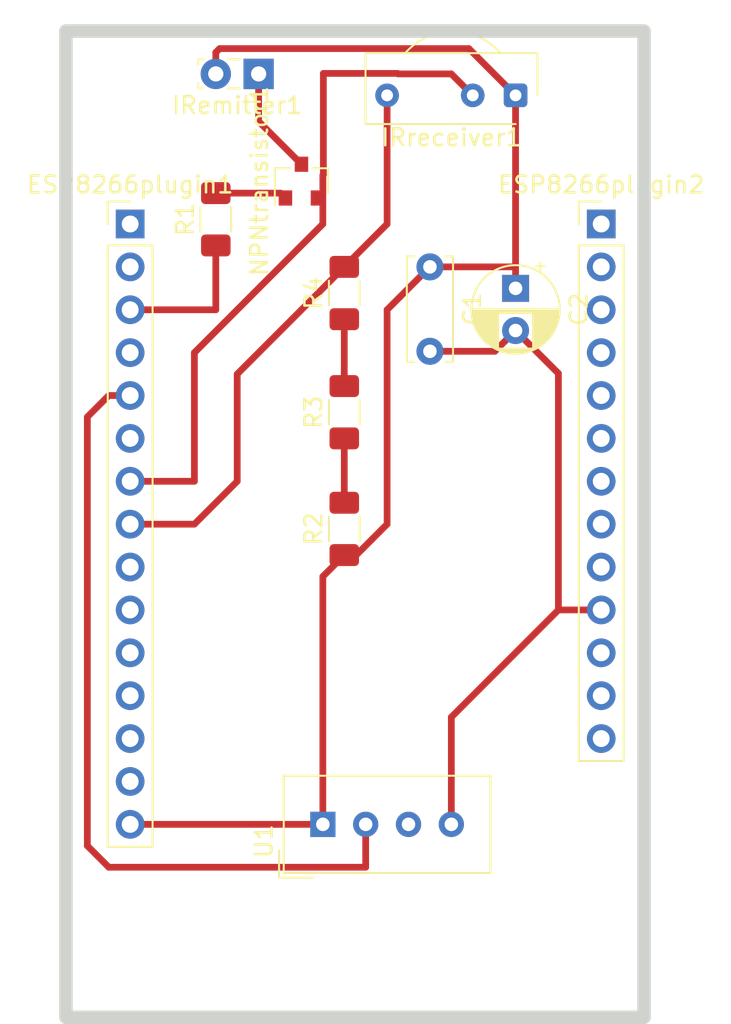
<source format=kicad_pcb>
(kicad_pcb (version 20171130) (host pcbnew "(5.1.9)-1")

  (general
    (thickness 1.6)
    (drawings 4)
    (tracks 54)
    (zones 0)
    (modules 12)
    (nets 30)
  )

  (page A4)
  (layers
    (0 F.Cu signal)
    (31 B.Cu signal)
    (32 B.Adhes user)
    (33 F.Adhes user)
    (34 B.Paste user)
    (35 F.Paste user)
    (36 B.SilkS user)
    (37 F.SilkS user)
    (38 B.Mask user)
    (39 F.Mask user)
    (40 Dwgs.User user)
    (41 Cmts.User user)
    (42 Eco1.User user)
    (43 Eco2.User user)
    (44 Edge.Cuts user)
    (45 Margin user)
    (46 B.CrtYd user)
    (47 F.CrtYd user)
    (48 B.Fab user)
    (49 F.Fab user)
  )

  (setup
    (last_trace_width 0.4)
    (trace_clearance 0.4)
    (zone_clearance 0.508)
    (zone_45_only no)
    (trace_min 0.2)
    (via_size 0.8)
    (via_drill 0.4)
    (via_min_size 0.4)
    (via_min_drill 0.3)
    (uvia_size 0.3)
    (uvia_drill 0.1)
    (uvias_allowed no)
    (uvia_min_size 0.2)
    (uvia_min_drill 0.1)
    (edge_width 0.8)
    (segment_width 0.2)
    (pcb_text_width 0.3)
    (pcb_text_size 1.5 1.5)
    (mod_edge_width 0.15)
    (mod_text_size 1 1)
    (mod_text_width 0.15)
    (pad_size 1.524 1.524)
    (pad_drill 0.762)
    (pad_to_mask_clearance 0)
    (aux_axis_origin 0 0)
    (visible_elements FFFFFF7F)
    (pcbplotparams
      (layerselection 0x010fc_ffffffff)
      (usegerberextensions false)
      (usegerberattributes true)
      (usegerberadvancedattributes true)
      (creategerberjobfile true)
      (excludeedgelayer true)
      (linewidth 5.000000)
      (plotframeref false)
      (viasonmask false)
      (mode 1)
      (useauxorigin false)
      (hpglpennumber 1)
      (hpglpenspeed 20)
      (hpglpendiameter 15.000000)
      (psnegative false)
      (psa4output false)
      (plotreference true)
      (plotvalue true)
      (plotinvisibletext false)
      (padsonsilk false)
      (subtractmaskfromsilk false)
      (outputformat 1)
      (mirror false)
      (drillshape 1)
      (scaleselection 1)
      (outputdirectory ""))
  )

  (net 0 "")
  (net 1 "Net-(ESP8266plugin1-Pad1)")
  (net 2 "Net-(ESP8266plugin1-Pad2)")
  (net 3 /D2)
  (net 4 "Net-(ESP8266plugin1-Pad4)")
  (net 5 /D4)
  (net 6 /VCC)
  (net 7 /GND)
  (net 8 /D5)
  (net 9 "Net-(ESP8266plugin1-Pad9)")
  (net 10 "Net-(ESP8266plugin1-Pad10)")
  (net 11 "Net-(ESP8266plugin1-Pad11)")
  (net 12 "Net-(ESP8266plugin1-Pad12)")
  (net 13 "Net-(ESP8266plugin1-Pad13)")
  (net 14 "Net-(ESP8266plugin2-Pad1)")
  (net 15 "Net-(ESP8266plugin2-Pad2)")
  (net 16 "Net-(ESP8266plugin2-Pad3)")
  (net 17 "Net-(ESP8266plugin2-Pad4)")
  (net 18 "Net-(ESP8266plugin2-Pad5)")
  (net 19 "Net-(ESP8266plugin2-Pad6)")
  (net 20 "Net-(ESP8266plugin2-Pad7)")
  (net 21 "Net-(ESP8266plugin2-Pad8)")
  (net 22 "Net-(ESP8266plugin2-Pad9)")
  (net 23 "Net-(ESP8266plugin2-Pad12)")
  (net 24 "Net-(ESP8266plugin2-Pad13)")
  (net 25 /collector)
  (net 26 /base)
  (net 27 "Net-(U1-Pad3)")
  (net 28 "Net-(R2-Pad2)")
  (net 29 "Net-(R3-Pad2)")

  (net_class Default "This is the default net class."
    (clearance 0.4)
    (trace_width 0.4)
    (via_dia 0.8)
    (via_drill 0.4)
    (uvia_dia 0.3)
    (uvia_drill 0.1)
    (add_net /D2)
    (add_net /D4)
    (add_net /D5)
    (add_net /GND)
    (add_net /VCC)
    (add_net /base)
    (add_net /collector)
    (add_net "Net-(ESP8266plugin1-Pad1)")
    (add_net "Net-(ESP8266plugin1-Pad10)")
    (add_net "Net-(ESP8266plugin1-Pad11)")
    (add_net "Net-(ESP8266plugin1-Pad12)")
    (add_net "Net-(ESP8266plugin1-Pad13)")
    (add_net "Net-(ESP8266plugin1-Pad2)")
    (add_net "Net-(ESP8266plugin1-Pad4)")
    (add_net "Net-(ESP8266plugin1-Pad9)")
    (add_net "Net-(ESP8266plugin2-Pad1)")
    (add_net "Net-(ESP8266plugin2-Pad12)")
    (add_net "Net-(ESP8266plugin2-Pad13)")
    (add_net "Net-(ESP8266plugin2-Pad2)")
    (add_net "Net-(ESP8266plugin2-Pad3)")
    (add_net "Net-(ESP8266plugin2-Pad4)")
    (add_net "Net-(ESP8266plugin2-Pad5)")
    (add_net "Net-(ESP8266plugin2-Pad6)")
    (add_net "Net-(ESP8266plugin2-Pad7)")
    (add_net "Net-(ESP8266plugin2-Pad8)")
    (add_net "Net-(ESP8266plugin2-Pad9)")
    (add_net "Net-(R2-Pad2)")
    (add_net "Net-(R3-Pad2)")
    (add_net "Net-(U1-Pad3)")
  )

  (module Connector_PinHeader_2.54mm:PinHeader_1x15_P2.54mm_Vertical (layer F.Cu) (tedit 59FED5CC) (tstamp 6097A1CE)
    (at 120.65 91.44)
    (descr "Through hole straight pin header, 1x15, 2.54mm pitch, single row")
    (tags "Through hole pin header THT 1x15 2.54mm single row")
    (path /6090099F)
    (fp_text reference ESP8266plugin1 (at 0 -2.33) (layer F.SilkS)
      (effects (font (size 1 1) (thickness 0.15)))
    )
    (fp_text value Conn_01x15_Female (at 0 37.89) (layer F.Fab)
      (effects (font (size 1 1) (thickness 0.15)))
    )
    (fp_line (start 1.8 -1.8) (end -1.8 -1.8) (layer F.CrtYd) (width 0.05))
    (fp_line (start 1.8 37.35) (end 1.8 -1.8) (layer F.CrtYd) (width 0.05))
    (fp_line (start -1.8 37.35) (end 1.8 37.35) (layer F.CrtYd) (width 0.05))
    (fp_line (start -1.8 -1.8) (end -1.8 37.35) (layer F.CrtYd) (width 0.05))
    (fp_line (start -1.33 -1.33) (end 0 -1.33) (layer F.SilkS) (width 0.12))
    (fp_line (start -1.33 0) (end -1.33 -1.33) (layer F.SilkS) (width 0.12))
    (fp_line (start -1.33 1.27) (end 1.33 1.27) (layer F.SilkS) (width 0.12))
    (fp_line (start 1.33 1.27) (end 1.33 36.89) (layer F.SilkS) (width 0.12))
    (fp_line (start -1.33 1.27) (end -1.33 36.89) (layer F.SilkS) (width 0.12))
    (fp_line (start -1.33 36.89) (end 1.33 36.89) (layer F.SilkS) (width 0.12))
    (fp_line (start -1.27 -0.635) (end -0.635 -1.27) (layer F.Fab) (width 0.1))
    (fp_line (start -1.27 36.83) (end -1.27 -0.635) (layer F.Fab) (width 0.1))
    (fp_line (start 1.27 36.83) (end -1.27 36.83) (layer F.Fab) (width 0.1))
    (fp_line (start 1.27 -1.27) (end 1.27 36.83) (layer F.Fab) (width 0.1))
    (fp_line (start -0.635 -1.27) (end 1.27 -1.27) (layer F.Fab) (width 0.1))
    (fp_text user %R (at 0 17.78 90) (layer F.Fab)
      (effects (font (size 1 1) (thickness 0.15)))
    )
    (pad 1 thru_hole rect (at 0 0) (size 1.7 1.7) (drill 1) (layers *.Cu *.Mask)
      (net 1 "Net-(ESP8266plugin1-Pad1)"))
    (pad 2 thru_hole oval (at 0 2.54) (size 1.7 1.7) (drill 1) (layers *.Cu *.Mask)
      (net 2 "Net-(ESP8266plugin1-Pad2)"))
    (pad 3 thru_hole oval (at 0 5.08) (size 1.7 1.7) (drill 1) (layers *.Cu *.Mask)
      (net 3 /D2))
    (pad 4 thru_hole oval (at 0 7.62) (size 1.7 1.7) (drill 1) (layers *.Cu *.Mask)
      (net 4 "Net-(ESP8266plugin1-Pad4)"))
    (pad 5 thru_hole oval (at 0 10.16) (size 1.7 1.7) (drill 1) (layers *.Cu *.Mask)
      (net 5 /D4))
    (pad 6 thru_hole oval (at 0 12.7) (size 1.7 1.7) (drill 1) (layers *.Cu *.Mask)
      (net 6 /VCC))
    (pad 7 thru_hole oval (at 0 15.24) (size 1.7 1.7) (drill 1) (layers *.Cu *.Mask)
      (net 7 /GND))
    (pad 8 thru_hole oval (at 0 17.78) (size 1.7 1.7) (drill 1) (layers *.Cu *.Mask)
      (net 8 /D5))
    (pad 9 thru_hole oval (at 0 20.32) (size 1.7 1.7) (drill 1) (layers *.Cu *.Mask)
      (net 9 "Net-(ESP8266plugin1-Pad9)"))
    (pad 10 thru_hole oval (at 0 22.86) (size 1.7 1.7) (drill 1) (layers *.Cu *.Mask)
      (net 10 "Net-(ESP8266plugin1-Pad10)"))
    (pad 11 thru_hole oval (at 0 25.4) (size 1.7 1.7) (drill 1) (layers *.Cu *.Mask)
      (net 11 "Net-(ESP8266plugin1-Pad11)"))
    (pad 12 thru_hole oval (at 0 27.94) (size 1.7 1.7) (drill 1) (layers *.Cu *.Mask)
      (net 12 "Net-(ESP8266plugin1-Pad12)"))
    (pad 13 thru_hole oval (at 0 30.48) (size 1.7 1.7) (drill 1) (layers *.Cu *.Mask)
      (net 13 "Net-(ESP8266plugin1-Pad13)"))
    (pad 14 thru_hole oval (at 0 33.02) (size 1.7 1.7) (drill 1) (layers *.Cu *.Mask)
      (net 7 /GND))
    (pad 15 thru_hole oval (at 0 35.56) (size 1.7 1.7) (drill 1) (layers *.Cu *.Mask)
      (net 6 /VCC))
    (model ${KISYS3DMOD}/Connector_PinHeader_2.54mm.3dshapes/PinHeader_1x15_P2.54mm_Vertical.wrl
      (at (xyz 0 0 0))
      (scale (xyz 1 1 1))
      (rotate (xyz 0 0 0))
    )
  )

  (module Connector_PinHeader_2.54mm:PinHeader_1x13_P2.54mm_Vertical (layer F.Cu) (tedit 59FED5CC) (tstamp 6097A432)
    (at 148.59 91.44)
    (descr "Through hole straight pin header, 1x13, 2.54mm pitch, single row")
    (tags "Through hole pin header THT 1x13 2.54mm single row")
    (path /6097CAD8)
    (fp_text reference ESP8266plugin2 (at 0 -2.33) (layer F.SilkS)
      (effects (font (size 1 1) (thickness 0.15)))
    )
    (fp_text value Conn_01x13_Female (at 0 32.81) (layer F.Fab)
      (effects (font (size 1 1) (thickness 0.15)))
    )
    (fp_line (start 1.8 -1.8) (end -1.8 -1.8) (layer F.CrtYd) (width 0.05))
    (fp_line (start 1.8 32.25) (end 1.8 -1.8) (layer F.CrtYd) (width 0.05))
    (fp_line (start -1.8 32.25) (end 1.8 32.25) (layer F.CrtYd) (width 0.05))
    (fp_line (start -1.8 -1.8) (end -1.8 32.25) (layer F.CrtYd) (width 0.05))
    (fp_line (start -1.33 -1.33) (end 0 -1.33) (layer F.SilkS) (width 0.12))
    (fp_line (start -1.33 0) (end -1.33 -1.33) (layer F.SilkS) (width 0.12))
    (fp_line (start -1.33 1.27) (end 1.33 1.27) (layer F.SilkS) (width 0.12))
    (fp_line (start 1.33 1.27) (end 1.33 31.81) (layer F.SilkS) (width 0.12))
    (fp_line (start -1.33 1.27) (end -1.33 31.81) (layer F.SilkS) (width 0.12))
    (fp_line (start -1.33 31.81) (end 1.33 31.81) (layer F.SilkS) (width 0.12))
    (fp_line (start -1.27 -0.635) (end -0.635 -1.27) (layer F.Fab) (width 0.1))
    (fp_line (start -1.27 31.75) (end -1.27 -0.635) (layer F.Fab) (width 0.1))
    (fp_line (start 1.27 31.75) (end -1.27 31.75) (layer F.Fab) (width 0.1))
    (fp_line (start 1.27 -1.27) (end 1.27 31.75) (layer F.Fab) (width 0.1))
    (fp_line (start -0.635 -1.27) (end 1.27 -1.27) (layer F.Fab) (width 0.1))
    (fp_text user %R (at 0 15.24 90) (layer F.Fab)
      (effects (font (size 1 1) (thickness 0.15)))
    )
    (pad 1 thru_hole rect (at 0 0) (size 1.7 1.7) (drill 1) (layers *.Cu *.Mask)
      (net 14 "Net-(ESP8266plugin2-Pad1)"))
    (pad 2 thru_hole oval (at 0 2.54) (size 1.7 1.7) (drill 1) (layers *.Cu *.Mask)
      (net 15 "Net-(ESP8266plugin2-Pad2)"))
    (pad 3 thru_hole oval (at 0 5.08) (size 1.7 1.7) (drill 1) (layers *.Cu *.Mask)
      (net 16 "Net-(ESP8266plugin2-Pad3)"))
    (pad 4 thru_hole oval (at 0 7.62) (size 1.7 1.7) (drill 1) (layers *.Cu *.Mask)
      (net 17 "Net-(ESP8266plugin2-Pad4)"))
    (pad 5 thru_hole oval (at 0 10.16) (size 1.7 1.7) (drill 1) (layers *.Cu *.Mask)
      (net 18 "Net-(ESP8266plugin2-Pad5)"))
    (pad 6 thru_hole oval (at 0 12.7) (size 1.7 1.7) (drill 1) (layers *.Cu *.Mask)
      (net 19 "Net-(ESP8266plugin2-Pad6)"))
    (pad 7 thru_hole oval (at 0 15.24) (size 1.7 1.7) (drill 1) (layers *.Cu *.Mask)
      (net 20 "Net-(ESP8266plugin2-Pad7)"))
    (pad 8 thru_hole oval (at 0 17.78) (size 1.7 1.7) (drill 1) (layers *.Cu *.Mask)
      (net 21 "Net-(ESP8266plugin2-Pad8)"))
    (pad 9 thru_hole oval (at 0 20.32) (size 1.7 1.7) (drill 1) (layers *.Cu *.Mask)
      (net 22 "Net-(ESP8266plugin2-Pad9)"))
    (pad 10 thru_hole oval (at 0 22.86) (size 1.7 1.7) (drill 1) (layers *.Cu *.Mask)
      (net 7 /GND))
    (pad 11 thru_hole oval (at 0 25.4) (size 1.7 1.7) (drill 1) (layers *.Cu *.Mask)
      (net 6 /VCC))
    (pad 12 thru_hole oval (at 0 27.94) (size 1.7 1.7) (drill 1) (layers *.Cu *.Mask)
      (net 23 "Net-(ESP8266plugin2-Pad12)"))
    (pad 13 thru_hole oval (at 0 30.48) (size 1.7 1.7) (drill 1) (layers *.Cu *.Mask)
      (net 24 "Net-(ESP8266plugin2-Pad13)"))
    (model ${KISYS3DMOD}/Connector_PinHeader_2.54mm.3dshapes/PinHeader_1x13_P2.54mm_Vertical.wrl
      (at (xyz 0 0 0))
      (scale (xyz 1 1 1))
      (rotate (xyz 0 0 0))
    )
  )

  (module LED_THT:LED_SideEmitter_Rectangular_W4.5mm_H1.6mm (layer F.Cu) (tedit 587A6921) (tstamp 6097AC9D)
    (at 128.27 82.55 180)
    (descr "LED_SideEmitter_Rectangular, Rectangular, SideEmitter,  Rectangular size 4.5x1.6mm^2, 2 pins, http://cdn-reichelt.de/documents/datenblatt/A500/LED15MMGE_LED15MMGN%23KIN.pdf")
    (tags "LED_SideEmitter_Rectangular Rectangular SideEmitter  Rectangular size 4.5x1.6mm^2 2 pins")
    (path /60908384)
    (fp_text reference IRemitter1 (at 1.27 -1.86) (layer F.SilkS)
      (effects (font (size 1 1) (thickness 0.15)))
    )
    (fp_text value IRL81A (at 1.27 1.86) (layer F.Fab)
      (effects (font (size 1 1) (thickness 0.15)))
    )
    (fp_line (start 3.85 -1.15) (end -1.3 -1.15) (layer F.CrtYd) (width 0.05))
    (fp_line (start 3.85 1.15) (end 3.85 -1.15) (layer F.CrtYd) (width 0.05))
    (fp_line (start -1.3 1.15) (end 3.85 1.15) (layer F.CrtYd) (width 0.05))
    (fp_line (start -1.3 -1.15) (end -1.3 1.15) (layer F.CrtYd) (width 0.05))
    (fp_line (start 3.58 0.555) (end 3.58 0.861) (layer F.SilkS) (width 0.12))
    (fp_line (start 3.58 -0.861) (end 3.58 -0.555) (layer F.SilkS) (width 0.12))
    (fp_line (start 3.27 0.861) (end 3.58 0.861) (layer F.SilkS) (width 0.12))
    (fp_line (start 1.08 0.861) (end 1.811 0.861) (layer F.SilkS) (width 0.12))
    (fp_line (start 3.27 -0.861) (end 3.58 -0.861) (layer F.SilkS) (width 0.12))
    (fp_line (start 1.08 -0.861) (end 1.811 -0.861) (layer F.SilkS) (width 0.12))
    (fp_line (start 3.52 -0.8) (end -0.98 -0.8) (layer F.Fab) (width 0.1))
    (fp_line (start 3.52 0.8) (end 3.52 -0.8) (layer F.Fab) (width 0.1))
    (fp_line (start -0.98 0.8) (end 3.52 0.8) (layer F.Fab) (width 0.1))
    (fp_line (start -0.98 -0.8) (end -0.98 0.8) (layer F.Fab) (width 0.1))
    (pad 1 thru_hole rect (at 0 0 180) (size 1.8 1.8) (drill 0.9) (layers *.Cu *.Mask)
      (net 25 /collector))
    (pad 2 thru_hole circle (at 2.54 0 180) (size 1.8 1.8) (drill 0.9) (layers *.Cu *.Mask)
      (net 6 /VCC))
    (model ${KISYS3DMOD}/LED_THT.3dshapes/LED_SideEmitter_Rectangular_W4.5mm_H1.6mm.wrl
      (at (xyz 0 0 0))
      (scale (xyz 1 1 1))
      (rotate (xyz 0 0 0))
    )
  )

  (module OptoDevice:Vishay_CAST-3Pin (layer F.Cu) (tedit 5B88841D) (tstamp 6097ABC1)
    (at 143.51 83.82 180)
    (descr "IR Receiver Vishay TSOP-xxxx, CAST package, see https://www.vishay.com/docs/82493/tsop311.pdf")
    (tags "IRReceiverVishayTSOP-xxxx CAST")
    (path /6090B68F)
    (fp_text reference IRreceiver1 (at 3.8 -2.5) (layer F.SilkS)
      (effects (font (size 1 1) (thickness 0.15)))
    )
    (fp_text value CHQ1838 (at 3.4 4.8 180) (layer F.Fab)
      (effects (font (size 1 1) (thickness 0.15)))
    )
    (fp_line (start -0.2 -1.6) (end -1.2 -0.6) (layer F.Fab) (width 0.1))
    (fp_line (start 9.05 3.88) (end -1.45 3.88) (layer F.CrtYd) (width 0.05))
    (fp_line (start 9.05 3.88) (end 9.05 -1.85) (layer F.CrtYd) (width 0.05))
    (fp_line (start -1.45 -1.85) (end -1.45 3.88) (layer F.CrtYd) (width 0.05))
    (fp_line (start -1.45 -1.85) (end 9.05 -1.85) (layer F.CrtYd) (width 0.05))
    (fp_line (start -1.2 2.4) (end -1.2 -0.6) (layer F.Fab) (width 0.1))
    (fp_line (start 8.8 2.4) (end -1.2 2.4) (layer F.Fab) (width 0.1))
    (fp_line (start 8.8 -1.6) (end 8.8 2.4) (layer F.Fab) (width 0.1))
    (fp_line (start -0.2 -1.6) (end 8.8 -1.6) (layer F.Fab) (width 0.1))
    (fp_line (start -1.3 2.5) (end 0.9 2.5) (layer F.SilkS) (width 0.12))
    (fp_line (start -1.3 0) (end -1.3 2.5) (layer F.SilkS) (width 0.12))
    (fp_line (start 8.9 -1.7) (end 0 -1.7) (layer F.SilkS) (width 0.12))
    (fp_line (start 8.9 2.5) (end 8.9 -1.7) (layer F.SilkS) (width 0.12))
    (fp_line (start 6.5 2.5) (end 8.9 2.5) (layer F.SilkS) (width 0.12))
    (fp_line (start 0.9 2.5) (end 6.6 2.5) (layer F.SilkS) (width 0.12))
    (fp_text user %R (at 3.8 1.017) (layer F.Fab)
      (effects (font (size 1 1) (thickness 0.15)))
    )
    (fp_arc (start 3.72 0) (end 6.55 2.5) (angle 97) (layer F.SilkS) (width 0.12))
    (fp_arc (start 3.72 -0.15) (end 6.47 2.45) (angle 93.5) (layer F.Fab) (width 0.1))
    (pad 1 thru_hole roundrect (at 0 0 180) (size 1.4 1.4) (drill 0.7) (layers *.Cu *.Mask) (roundrect_rratio 0.178)
      (net 6 /VCC))
    (pad 2 thru_hole circle (at 2.54 0 180) (size 1.4 1.4) (drill 0.7) (layers *.Cu *.Mask)
      (net 7 /GND))
    (pad 3 thru_hole circle (at 7.62 0 180) (size 1.4 1.4) (drill 0.7) (layers *.Cu *.Mask)
      (net 8 /D5))
    (model ${KISYS3DMOD}/OptoDevice.3dshapes/Vishay_CAST-3Pin.wrl
      (at (xyz 0 0 0))
      (scale (xyz 1 1 1))
      (rotate (xyz 0 0 0))
    )
  )

  (module Package_TO_SOT_SMD:SOT-23 (layer F.Cu) (tedit 5A02FF57) (tstamp 6097A231)
    (at 130.81 88.9 90)
    (descr "SOT-23, Standard")
    (tags SOT-23)
    (path /609091FE)
    (attr smd)
    (fp_text reference NPNtransistor1 (at 0 -2.5 90) (layer F.SilkS)
      (effects (font (size 1 1) (thickness 0.15)))
    )
    (fp_text value BC847 (at 0 2.5 90) (layer F.Fab)
      (effects (font (size 1 1) (thickness 0.15)))
    )
    (fp_line (start 0.76 1.58) (end -0.7 1.58) (layer F.SilkS) (width 0.12))
    (fp_line (start 0.76 -1.58) (end -1.4 -1.58) (layer F.SilkS) (width 0.12))
    (fp_line (start -1.7 1.75) (end -1.7 -1.75) (layer F.CrtYd) (width 0.05))
    (fp_line (start 1.7 1.75) (end -1.7 1.75) (layer F.CrtYd) (width 0.05))
    (fp_line (start 1.7 -1.75) (end 1.7 1.75) (layer F.CrtYd) (width 0.05))
    (fp_line (start -1.7 -1.75) (end 1.7 -1.75) (layer F.CrtYd) (width 0.05))
    (fp_line (start 0.76 -1.58) (end 0.76 -0.65) (layer F.SilkS) (width 0.12))
    (fp_line (start 0.76 1.58) (end 0.76 0.65) (layer F.SilkS) (width 0.12))
    (fp_line (start -0.7 1.52) (end 0.7 1.52) (layer F.Fab) (width 0.1))
    (fp_line (start 0.7 -1.52) (end 0.7 1.52) (layer F.Fab) (width 0.1))
    (fp_line (start -0.7 -0.95) (end -0.15 -1.52) (layer F.Fab) (width 0.1))
    (fp_line (start -0.15 -1.52) (end 0.7 -1.52) (layer F.Fab) (width 0.1))
    (fp_line (start -0.7 -0.95) (end -0.7 1.5) (layer F.Fab) (width 0.1))
    (fp_text user %R (at 0 0) (layer F.Fab)
      (effects (font (size 0.5 0.5) (thickness 0.075)))
    )
    (pad 1 smd rect (at -1 -0.95 90) (size 0.9 0.8) (layers F.Cu F.Paste F.Mask)
      (net 26 /base))
    (pad 2 smd rect (at -1 0.95 90) (size 0.9 0.8) (layers F.Cu F.Paste F.Mask)
      (net 7 /GND))
    (pad 3 smd rect (at 1 0 90) (size 0.9 0.8) (layers F.Cu F.Paste F.Mask)
      (net 25 /collector))
    (model ${KISYS3DMOD}/Package_TO_SOT_SMD.3dshapes/SOT-23.wrl
      (at (xyz 0 0 0))
      (scale (xyz 1 1 1))
      (rotate (xyz 0 0 0))
    )
  )

  (module Resistor_SMD:R_1206_3216Metric_Pad1.30x1.75mm_HandSolder (layer F.Cu) (tedit 5F68FEEE) (tstamp 6097A242)
    (at 125.73 91.16 90)
    (descr "Resistor SMD 1206 (3216 Metric), square (rectangular) end terminal, IPC_7351 nominal with elongated pad for handsoldering. (Body size source: IPC-SM-782 page 72, https://www.pcb-3d.com/wordpress/wp-content/uploads/ipc-sm-782a_amendment_1_and_2.pdf), generated with kicad-footprint-generator")
    (tags "resistor handsolder")
    (path /60906C09)
    (attr smd)
    (fp_text reference R1 (at 0 -1.82 90) (layer F.SilkS)
      (effects (font (size 1 1) (thickness 0.15)))
    )
    (fp_text value "330 Ω" (at 0 1.82 90) (layer F.Fab)
      (effects (font (size 1 1) (thickness 0.15)))
    )
    (fp_line (start 2.45 1.12) (end -2.45 1.12) (layer F.CrtYd) (width 0.05))
    (fp_line (start 2.45 -1.12) (end 2.45 1.12) (layer F.CrtYd) (width 0.05))
    (fp_line (start -2.45 -1.12) (end 2.45 -1.12) (layer F.CrtYd) (width 0.05))
    (fp_line (start -2.45 1.12) (end -2.45 -1.12) (layer F.CrtYd) (width 0.05))
    (fp_line (start -0.727064 0.91) (end 0.727064 0.91) (layer F.SilkS) (width 0.12))
    (fp_line (start -0.727064 -0.91) (end 0.727064 -0.91) (layer F.SilkS) (width 0.12))
    (fp_line (start 1.6 0.8) (end -1.6 0.8) (layer F.Fab) (width 0.1))
    (fp_line (start 1.6 -0.8) (end 1.6 0.8) (layer F.Fab) (width 0.1))
    (fp_line (start -1.6 -0.8) (end 1.6 -0.8) (layer F.Fab) (width 0.1))
    (fp_line (start -1.6 0.8) (end -1.6 -0.8) (layer F.Fab) (width 0.1))
    (fp_text user %R (at 0 0 90) (layer F.Fab)
      (effects (font (size 0.8 0.8) (thickness 0.12)))
    )
    (pad 1 smd roundrect (at -1.55 0 90) (size 1.3 1.75) (layers F.Cu F.Paste F.Mask) (roundrect_rratio 0.192308)
      (net 3 /D2))
    (pad 2 smd roundrect (at 1.55 0 90) (size 1.3 1.75) (layers F.Cu F.Paste F.Mask) (roundrect_rratio 0.192308)
      (net 26 /base))
    (model ${KISYS3DMOD}/Resistor_SMD.3dshapes/R_1206_3216Metric.wrl
      (at (xyz 0 0 0))
      (scale (xyz 1 1 1))
      (rotate (xyz 0 0 0))
    )
  )

  (module Sensor:Aosong_DHT11_5.5x12.0_P2.54mm (layer F.Cu) (tedit 5C4B60CF) (tstamp 6097A25A)
    (at 132.08 127 90)
    (descr "Temperature and humidity module, http://akizukidenshi.com/download/ds/aosong/DHT11.pdf")
    (tags "Temperature and humidity module")
    (path /6097AC25)
    (fp_text reference U1 (at -1 -3.5 90) (layer F.SilkS)
      (effects (font (size 1 1) (thickness 0.15)))
    )
    (fp_text value DHT11 (at 0 11.3 90) (layer F.Fab)
      (effects (font (size 1 1) (thickness 0.15)))
    )
    (fp_line (start -3.16 -2.6) (end -1.55 -2.6) (layer F.SilkS) (width 0.12))
    (fp_line (start -3.16 -2.6) (end -3.16 -0.6) (layer F.SilkS) (width 0.12))
    (fp_line (start -2.75 -1.19) (end -1.75 -2.19) (layer F.Fab) (width 0.1))
    (fp_line (start -3 10.06) (end -3 -2.44) (layer F.CrtYd) (width 0.05))
    (fp_line (start 3 10.06) (end -3 10.06) (layer F.CrtYd) (width 0.05))
    (fp_line (start 3 -2.44) (end 3 10.06) (layer F.CrtYd) (width 0.05))
    (fp_line (start -3 -2.44) (end 3 -2.44) (layer F.CrtYd) (width 0.05))
    (fp_line (start -2.88 9.94) (end -2.88 -2.31) (layer F.SilkS) (width 0.12))
    (fp_line (start 2.88 9.94) (end -2.88 9.94) (layer F.SilkS) (width 0.12))
    (fp_line (start 2.88 -2.32) (end 2.88 9.94) (layer F.SilkS) (width 0.12))
    (fp_line (start -2.87 -2.32) (end 2.87 -2.32) (layer F.SilkS) (width 0.12))
    (fp_line (start -2.75 -1.19) (end -2.75 9.81) (layer F.Fab) (width 0.1))
    (fp_line (start 2.75 9.81) (end -2.75 9.81) (layer F.Fab) (width 0.1))
    (fp_line (start 2.75 -2.19) (end 2.75 9.81) (layer F.Fab) (width 0.1))
    (fp_line (start -1.75 -2.19) (end 2.75 -2.19) (layer F.Fab) (width 0.1))
    (fp_text user %R (at 0 3.81 90) (layer F.Fab)
      (effects (font (size 1 1) (thickness 0.15)))
    )
    (pad 1 thru_hole rect (at 0 0 90) (size 1.5 1.5) (drill 0.8) (layers *.Cu *.Mask)
      (net 6 /VCC))
    (pad 2 thru_hole circle (at 0 2.54 90) (size 1.5 1.5) (drill 0.8) (layers *.Cu *.Mask)
      (net 5 /D4))
    (pad 3 thru_hole circle (at 0 5.08 90) (size 1.5 1.5) (drill 0.8) (layers *.Cu *.Mask)
      (net 27 "Net-(U1-Pad3)"))
    (pad 4 thru_hole circle (at 0 7.62 90) (size 1.5 1.5) (drill 0.8) (layers *.Cu *.Mask)
      (net 7 /GND))
    (model ${KISYS3DMOD}/Sensor.3dshapes/Aosong_DHT11_5.5x12.0_P2.54mm.wrl
      (at (xyz 0 0 0))
      (scale (xyz 1 1 1))
      (rotate (xyz 0 0 0))
    )
  )

  (module Capacitor_THT:C_Disc_D6.0mm_W2.5mm_P5.00mm (layer F.Cu) (tedit 5AE50EF0) (tstamp 6097DA65)
    (at 138.43 93.98 270)
    (descr "C, Disc series, Radial, pin pitch=5.00mm, , diameter*width=6*2.5mm^2, Capacitor, http://cdn-reichelt.de/documents/datenblatt/B300/DS_KERKO_TC.pdf")
    (tags "C Disc series Radial pin pitch 5.00mm  diameter 6mm width 2.5mm Capacitor")
    (path /6099CFCC)
    (fp_text reference C1 (at 2.5 -2.5 90) (layer F.SilkS)
      (effects (font (size 1 1) (thickness 0.15)))
    )
    (fp_text value 100nF (at 2.5 2.5 90) (layer F.Fab)
      (effects (font (size 1 1) (thickness 0.15)))
    )
    (fp_line (start 6.05 -1.5) (end -1.05 -1.5) (layer F.CrtYd) (width 0.05))
    (fp_line (start 6.05 1.5) (end 6.05 -1.5) (layer F.CrtYd) (width 0.05))
    (fp_line (start -1.05 1.5) (end 6.05 1.5) (layer F.CrtYd) (width 0.05))
    (fp_line (start -1.05 -1.5) (end -1.05 1.5) (layer F.CrtYd) (width 0.05))
    (fp_line (start 5.62 0.925) (end 5.62 1.37) (layer F.SilkS) (width 0.12))
    (fp_line (start 5.62 -1.37) (end 5.62 -0.925) (layer F.SilkS) (width 0.12))
    (fp_line (start -0.62 0.925) (end -0.62 1.37) (layer F.SilkS) (width 0.12))
    (fp_line (start -0.62 -1.37) (end -0.62 -0.925) (layer F.SilkS) (width 0.12))
    (fp_line (start -0.62 1.37) (end 5.62 1.37) (layer F.SilkS) (width 0.12))
    (fp_line (start -0.62 -1.37) (end 5.62 -1.37) (layer F.SilkS) (width 0.12))
    (fp_line (start 5.5 -1.25) (end -0.5 -1.25) (layer F.Fab) (width 0.1))
    (fp_line (start 5.5 1.25) (end 5.5 -1.25) (layer F.Fab) (width 0.1))
    (fp_line (start -0.5 1.25) (end 5.5 1.25) (layer F.Fab) (width 0.1))
    (fp_line (start -0.5 -1.25) (end -0.5 1.25) (layer F.Fab) (width 0.1))
    (fp_text user %R (at 2.5 0 90) (layer F.Fab)
      (effects (font (size 1 1) (thickness 0.15)))
    )
    (pad 1 thru_hole circle (at 0 0 270) (size 1.6 1.6) (drill 0.8) (layers *.Cu *.Mask)
      (net 6 /VCC))
    (pad 2 thru_hole circle (at 5 0 270) (size 1.6 1.6) (drill 0.8) (layers *.Cu *.Mask)
      (net 7 /GND))
    (model ${KISYS3DMOD}/Capacitor_THT.3dshapes/C_Disc_D6.0mm_W2.5mm_P5.00mm.wrl
      (at (xyz 0 0 0))
      (scale (xyz 1 1 1))
      (rotate (xyz 0 0 0))
    )
  )

  (module Capacitor_THT:CP_Radial_D5.0mm_P2.50mm (layer F.Cu) (tedit 5AE50EF0) (tstamp 6097C04C)
    (at 143.51 95.25 270)
    (descr "CP, Radial series, Radial, pin pitch=2.50mm, , diameter=5mm, Electrolytic Capacitor")
    (tags "CP Radial series Radial pin pitch 2.50mm  diameter 5mm Electrolytic Capacitor")
    (path /6099DE57)
    (fp_text reference C2 (at 1.25 -3.75 90) (layer F.SilkS)
      (effects (font (size 1 1) (thickness 0.15)))
    )
    (fp_text value 100µF (at 1.25 3.75 90) (layer F.Fab)
      (effects (font (size 1 1) (thickness 0.15)))
    )
    (fp_line (start -1.304775 -1.725) (end -1.304775 -1.225) (layer F.SilkS) (width 0.12))
    (fp_line (start -1.554775 -1.475) (end -1.054775 -1.475) (layer F.SilkS) (width 0.12))
    (fp_line (start 3.851 -0.284) (end 3.851 0.284) (layer F.SilkS) (width 0.12))
    (fp_line (start 3.811 -0.518) (end 3.811 0.518) (layer F.SilkS) (width 0.12))
    (fp_line (start 3.771 -0.677) (end 3.771 0.677) (layer F.SilkS) (width 0.12))
    (fp_line (start 3.731 -0.805) (end 3.731 0.805) (layer F.SilkS) (width 0.12))
    (fp_line (start 3.691 -0.915) (end 3.691 0.915) (layer F.SilkS) (width 0.12))
    (fp_line (start 3.651 -1.011) (end 3.651 1.011) (layer F.SilkS) (width 0.12))
    (fp_line (start 3.611 -1.098) (end 3.611 1.098) (layer F.SilkS) (width 0.12))
    (fp_line (start 3.571 -1.178) (end 3.571 1.178) (layer F.SilkS) (width 0.12))
    (fp_line (start 3.531 1.04) (end 3.531 1.251) (layer F.SilkS) (width 0.12))
    (fp_line (start 3.531 -1.251) (end 3.531 -1.04) (layer F.SilkS) (width 0.12))
    (fp_line (start 3.491 1.04) (end 3.491 1.319) (layer F.SilkS) (width 0.12))
    (fp_line (start 3.491 -1.319) (end 3.491 -1.04) (layer F.SilkS) (width 0.12))
    (fp_line (start 3.451 1.04) (end 3.451 1.383) (layer F.SilkS) (width 0.12))
    (fp_line (start 3.451 -1.383) (end 3.451 -1.04) (layer F.SilkS) (width 0.12))
    (fp_line (start 3.411 1.04) (end 3.411 1.443) (layer F.SilkS) (width 0.12))
    (fp_line (start 3.411 -1.443) (end 3.411 -1.04) (layer F.SilkS) (width 0.12))
    (fp_line (start 3.371 1.04) (end 3.371 1.5) (layer F.SilkS) (width 0.12))
    (fp_line (start 3.371 -1.5) (end 3.371 -1.04) (layer F.SilkS) (width 0.12))
    (fp_line (start 3.331 1.04) (end 3.331 1.554) (layer F.SilkS) (width 0.12))
    (fp_line (start 3.331 -1.554) (end 3.331 -1.04) (layer F.SilkS) (width 0.12))
    (fp_line (start 3.291 1.04) (end 3.291 1.605) (layer F.SilkS) (width 0.12))
    (fp_line (start 3.291 -1.605) (end 3.291 -1.04) (layer F.SilkS) (width 0.12))
    (fp_line (start 3.251 1.04) (end 3.251 1.653) (layer F.SilkS) (width 0.12))
    (fp_line (start 3.251 -1.653) (end 3.251 -1.04) (layer F.SilkS) (width 0.12))
    (fp_line (start 3.211 1.04) (end 3.211 1.699) (layer F.SilkS) (width 0.12))
    (fp_line (start 3.211 -1.699) (end 3.211 -1.04) (layer F.SilkS) (width 0.12))
    (fp_line (start 3.171 1.04) (end 3.171 1.743) (layer F.SilkS) (width 0.12))
    (fp_line (start 3.171 -1.743) (end 3.171 -1.04) (layer F.SilkS) (width 0.12))
    (fp_line (start 3.131 1.04) (end 3.131 1.785) (layer F.SilkS) (width 0.12))
    (fp_line (start 3.131 -1.785) (end 3.131 -1.04) (layer F.SilkS) (width 0.12))
    (fp_line (start 3.091 1.04) (end 3.091 1.826) (layer F.SilkS) (width 0.12))
    (fp_line (start 3.091 -1.826) (end 3.091 -1.04) (layer F.SilkS) (width 0.12))
    (fp_line (start 3.051 1.04) (end 3.051 1.864) (layer F.SilkS) (width 0.12))
    (fp_line (start 3.051 -1.864) (end 3.051 -1.04) (layer F.SilkS) (width 0.12))
    (fp_line (start 3.011 1.04) (end 3.011 1.901) (layer F.SilkS) (width 0.12))
    (fp_line (start 3.011 -1.901) (end 3.011 -1.04) (layer F.SilkS) (width 0.12))
    (fp_line (start 2.971 1.04) (end 2.971 1.937) (layer F.SilkS) (width 0.12))
    (fp_line (start 2.971 -1.937) (end 2.971 -1.04) (layer F.SilkS) (width 0.12))
    (fp_line (start 2.931 1.04) (end 2.931 1.971) (layer F.SilkS) (width 0.12))
    (fp_line (start 2.931 -1.971) (end 2.931 -1.04) (layer F.SilkS) (width 0.12))
    (fp_line (start 2.891 1.04) (end 2.891 2.004) (layer F.SilkS) (width 0.12))
    (fp_line (start 2.891 -2.004) (end 2.891 -1.04) (layer F.SilkS) (width 0.12))
    (fp_line (start 2.851 1.04) (end 2.851 2.035) (layer F.SilkS) (width 0.12))
    (fp_line (start 2.851 -2.035) (end 2.851 -1.04) (layer F.SilkS) (width 0.12))
    (fp_line (start 2.811 1.04) (end 2.811 2.065) (layer F.SilkS) (width 0.12))
    (fp_line (start 2.811 -2.065) (end 2.811 -1.04) (layer F.SilkS) (width 0.12))
    (fp_line (start 2.771 1.04) (end 2.771 2.095) (layer F.SilkS) (width 0.12))
    (fp_line (start 2.771 -2.095) (end 2.771 -1.04) (layer F.SilkS) (width 0.12))
    (fp_line (start 2.731 1.04) (end 2.731 2.122) (layer F.SilkS) (width 0.12))
    (fp_line (start 2.731 -2.122) (end 2.731 -1.04) (layer F.SilkS) (width 0.12))
    (fp_line (start 2.691 1.04) (end 2.691 2.149) (layer F.SilkS) (width 0.12))
    (fp_line (start 2.691 -2.149) (end 2.691 -1.04) (layer F.SilkS) (width 0.12))
    (fp_line (start 2.651 1.04) (end 2.651 2.175) (layer F.SilkS) (width 0.12))
    (fp_line (start 2.651 -2.175) (end 2.651 -1.04) (layer F.SilkS) (width 0.12))
    (fp_line (start 2.611 1.04) (end 2.611 2.2) (layer F.SilkS) (width 0.12))
    (fp_line (start 2.611 -2.2) (end 2.611 -1.04) (layer F.SilkS) (width 0.12))
    (fp_line (start 2.571 1.04) (end 2.571 2.224) (layer F.SilkS) (width 0.12))
    (fp_line (start 2.571 -2.224) (end 2.571 -1.04) (layer F.SilkS) (width 0.12))
    (fp_line (start 2.531 1.04) (end 2.531 2.247) (layer F.SilkS) (width 0.12))
    (fp_line (start 2.531 -2.247) (end 2.531 -1.04) (layer F.SilkS) (width 0.12))
    (fp_line (start 2.491 1.04) (end 2.491 2.268) (layer F.SilkS) (width 0.12))
    (fp_line (start 2.491 -2.268) (end 2.491 -1.04) (layer F.SilkS) (width 0.12))
    (fp_line (start 2.451 1.04) (end 2.451 2.29) (layer F.SilkS) (width 0.12))
    (fp_line (start 2.451 -2.29) (end 2.451 -1.04) (layer F.SilkS) (width 0.12))
    (fp_line (start 2.411 1.04) (end 2.411 2.31) (layer F.SilkS) (width 0.12))
    (fp_line (start 2.411 -2.31) (end 2.411 -1.04) (layer F.SilkS) (width 0.12))
    (fp_line (start 2.371 1.04) (end 2.371 2.329) (layer F.SilkS) (width 0.12))
    (fp_line (start 2.371 -2.329) (end 2.371 -1.04) (layer F.SilkS) (width 0.12))
    (fp_line (start 2.331 1.04) (end 2.331 2.348) (layer F.SilkS) (width 0.12))
    (fp_line (start 2.331 -2.348) (end 2.331 -1.04) (layer F.SilkS) (width 0.12))
    (fp_line (start 2.291 1.04) (end 2.291 2.365) (layer F.SilkS) (width 0.12))
    (fp_line (start 2.291 -2.365) (end 2.291 -1.04) (layer F.SilkS) (width 0.12))
    (fp_line (start 2.251 1.04) (end 2.251 2.382) (layer F.SilkS) (width 0.12))
    (fp_line (start 2.251 -2.382) (end 2.251 -1.04) (layer F.SilkS) (width 0.12))
    (fp_line (start 2.211 1.04) (end 2.211 2.398) (layer F.SilkS) (width 0.12))
    (fp_line (start 2.211 -2.398) (end 2.211 -1.04) (layer F.SilkS) (width 0.12))
    (fp_line (start 2.171 1.04) (end 2.171 2.414) (layer F.SilkS) (width 0.12))
    (fp_line (start 2.171 -2.414) (end 2.171 -1.04) (layer F.SilkS) (width 0.12))
    (fp_line (start 2.131 1.04) (end 2.131 2.428) (layer F.SilkS) (width 0.12))
    (fp_line (start 2.131 -2.428) (end 2.131 -1.04) (layer F.SilkS) (width 0.12))
    (fp_line (start 2.091 1.04) (end 2.091 2.442) (layer F.SilkS) (width 0.12))
    (fp_line (start 2.091 -2.442) (end 2.091 -1.04) (layer F.SilkS) (width 0.12))
    (fp_line (start 2.051 1.04) (end 2.051 2.455) (layer F.SilkS) (width 0.12))
    (fp_line (start 2.051 -2.455) (end 2.051 -1.04) (layer F.SilkS) (width 0.12))
    (fp_line (start 2.011 1.04) (end 2.011 2.468) (layer F.SilkS) (width 0.12))
    (fp_line (start 2.011 -2.468) (end 2.011 -1.04) (layer F.SilkS) (width 0.12))
    (fp_line (start 1.971 1.04) (end 1.971 2.48) (layer F.SilkS) (width 0.12))
    (fp_line (start 1.971 -2.48) (end 1.971 -1.04) (layer F.SilkS) (width 0.12))
    (fp_line (start 1.93 1.04) (end 1.93 2.491) (layer F.SilkS) (width 0.12))
    (fp_line (start 1.93 -2.491) (end 1.93 -1.04) (layer F.SilkS) (width 0.12))
    (fp_line (start 1.89 1.04) (end 1.89 2.501) (layer F.SilkS) (width 0.12))
    (fp_line (start 1.89 -2.501) (end 1.89 -1.04) (layer F.SilkS) (width 0.12))
    (fp_line (start 1.85 1.04) (end 1.85 2.511) (layer F.SilkS) (width 0.12))
    (fp_line (start 1.85 -2.511) (end 1.85 -1.04) (layer F.SilkS) (width 0.12))
    (fp_line (start 1.81 1.04) (end 1.81 2.52) (layer F.SilkS) (width 0.12))
    (fp_line (start 1.81 -2.52) (end 1.81 -1.04) (layer F.SilkS) (width 0.12))
    (fp_line (start 1.77 1.04) (end 1.77 2.528) (layer F.SilkS) (width 0.12))
    (fp_line (start 1.77 -2.528) (end 1.77 -1.04) (layer F.SilkS) (width 0.12))
    (fp_line (start 1.73 1.04) (end 1.73 2.536) (layer F.SilkS) (width 0.12))
    (fp_line (start 1.73 -2.536) (end 1.73 -1.04) (layer F.SilkS) (width 0.12))
    (fp_line (start 1.69 1.04) (end 1.69 2.543) (layer F.SilkS) (width 0.12))
    (fp_line (start 1.69 -2.543) (end 1.69 -1.04) (layer F.SilkS) (width 0.12))
    (fp_line (start 1.65 1.04) (end 1.65 2.55) (layer F.SilkS) (width 0.12))
    (fp_line (start 1.65 -2.55) (end 1.65 -1.04) (layer F.SilkS) (width 0.12))
    (fp_line (start 1.61 1.04) (end 1.61 2.556) (layer F.SilkS) (width 0.12))
    (fp_line (start 1.61 -2.556) (end 1.61 -1.04) (layer F.SilkS) (width 0.12))
    (fp_line (start 1.57 1.04) (end 1.57 2.561) (layer F.SilkS) (width 0.12))
    (fp_line (start 1.57 -2.561) (end 1.57 -1.04) (layer F.SilkS) (width 0.12))
    (fp_line (start 1.53 1.04) (end 1.53 2.565) (layer F.SilkS) (width 0.12))
    (fp_line (start 1.53 -2.565) (end 1.53 -1.04) (layer F.SilkS) (width 0.12))
    (fp_line (start 1.49 1.04) (end 1.49 2.569) (layer F.SilkS) (width 0.12))
    (fp_line (start 1.49 -2.569) (end 1.49 -1.04) (layer F.SilkS) (width 0.12))
    (fp_line (start 1.45 -2.573) (end 1.45 2.573) (layer F.SilkS) (width 0.12))
    (fp_line (start 1.41 -2.576) (end 1.41 2.576) (layer F.SilkS) (width 0.12))
    (fp_line (start 1.37 -2.578) (end 1.37 2.578) (layer F.SilkS) (width 0.12))
    (fp_line (start 1.33 -2.579) (end 1.33 2.579) (layer F.SilkS) (width 0.12))
    (fp_line (start 1.29 -2.58) (end 1.29 2.58) (layer F.SilkS) (width 0.12))
    (fp_line (start 1.25 -2.58) (end 1.25 2.58) (layer F.SilkS) (width 0.12))
    (fp_line (start -0.633605 -1.3375) (end -0.633605 -0.8375) (layer F.Fab) (width 0.1))
    (fp_line (start -0.883605 -1.0875) (end -0.383605 -1.0875) (layer F.Fab) (width 0.1))
    (fp_circle (center 1.25 0) (end 4 0) (layer F.CrtYd) (width 0.05))
    (fp_circle (center 1.25 0) (end 3.87 0) (layer F.SilkS) (width 0.12))
    (fp_circle (center 1.25 0) (end 3.75 0) (layer F.Fab) (width 0.1))
    (fp_text user %R (at 1.25 0 90) (layer F.Fab)
      (effects (font (size 1 1) (thickness 0.15)))
    )
    (pad 1 thru_hole rect (at 0 0 270) (size 1.6 1.6) (drill 0.8) (layers *.Cu *.Mask)
      (net 6 /VCC))
    (pad 2 thru_hole circle (at 2.5 0 270) (size 1.6 1.6) (drill 0.8) (layers *.Cu *.Mask)
      (net 7 /GND))
    (model ${KISYS3DMOD}/Capacitor_THT.3dshapes/CP_Radial_D5.0mm_P2.50mm.wrl
      (at (xyz 0 0 0))
      (scale (xyz 1 1 1))
      (rotate (xyz 0 0 0))
    )
  )

  (module Resistor_SMD:R_1206_3216Metric_Pad1.30x1.75mm_HandSolder (layer F.Cu) (tedit 5F68FEEE) (tstamp 6097C05D)
    (at 133.35 109.5 90)
    (descr "Resistor SMD 1206 (3216 Metric), square (rectangular) end terminal, IPC_7351 nominal with elongated pad for handsoldering. (Body size source: IPC-SM-782 page 72, https://www.pcb-3d.com/wordpress/wp-content/uploads/ipc-sm-782a_amendment_1_and_2.pdf), generated with kicad-footprint-generator")
    (tags "resistor handsolder")
    (path /6099EAF2)
    (attr smd)
    (fp_text reference R2 (at 0 -1.82 90) (layer F.SilkS)
      (effects (font (size 1 1) (thickness 0.15)))
    )
    (fp_text value 10K (at 0 1.82 90) (layer F.Fab)
      (effects (font (size 1 1) (thickness 0.15)))
    )
    (fp_line (start 2.45 1.12) (end -2.45 1.12) (layer F.CrtYd) (width 0.05))
    (fp_line (start 2.45 -1.12) (end 2.45 1.12) (layer F.CrtYd) (width 0.05))
    (fp_line (start -2.45 -1.12) (end 2.45 -1.12) (layer F.CrtYd) (width 0.05))
    (fp_line (start -2.45 1.12) (end -2.45 -1.12) (layer F.CrtYd) (width 0.05))
    (fp_line (start -0.727064 0.91) (end 0.727064 0.91) (layer F.SilkS) (width 0.12))
    (fp_line (start -0.727064 -0.91) (end 0.727064 -0.91) (layer F.SilkS) (width 0.12))
    (fp_line (start 1.6 0.8) (end -1.6 0.8) (layer F.Fab) (width 0.1))
    (fp_line (start 1.6 -0.8) (end 1.6 0.8) (layer F.Fab) (width 0.1))
    (fp_line (start -1.6 -0.8) (end 1.6 -0.8) (layer F.Fab) (width 0.1))
    (fp_line (start -1.6 0.8) (end -1.6 -0.8) (layer F.Fab) (width 0.1))
    (fp_text user %R (at 0 0 90) (layer F.Fab)
      (effects (font (size 0.8 0.8) (thickness 0.12)))
    )
    (pad 1 smd roundrect (at -1.55 0 90) (size 1.3 1.75) (layers F.Cu F.Paste F.Mask) (roundrect_rratio 0.192308)
      (net 6 /VCC))
    (pad 2 smd roundrect (at 1.55 0 90) (size 1.3 1.75) (layers F.Cu F.Paste F.Mask) (roundrect_rratio 0.192308)
      (net 28 "Net-(R2-Pad2)"))
    (model ${KISYS3DMOD}/Resistor_SMD.3dshapes/R_1206_3216Metric.wrl
      (at (xyz 0 0 0))
      (scale (xyz 1 1 1))
      (rotate (xyz 0 0 0))
    )
  )

  (module Resistor_SMD:R_1206_3216Metric_Pad1.30x1.75mm_HandSolder (layer F.Cu) (tedit 5F68FEEE) (tstamp 6097C06E)
    (at 133.35 102.59 90)
    (descr "Resistor SMD 1206 (3216 Metric), square (rectangular) end terminal, IPC_7351 nominal with elongated pad for handsoldering. (Body size source: IPC-SM-782 page 72, https://www.pcb-3d.com/wordpress/wp-content/uploads/ipc-sm-782a_amendment_1_and_2.pdf), generated with kicad-footprint-generator")
    (tags "resistor handsolder")
    (path /609A0FB3)
    (attr smd)
    (fp_text reference R3 (at 0 -1.82 90) (layer F.SilkS)
      (effects (font (size 1 1) (thickness 0.15)))
    )
    (fp_text value 10K (at 0 1.82 90) (layer F.Fab)
      (effects (font (size 1 1) (thickness 0.15)))
    )
    (fp_text user %R (at 0 0 90) (layer F.Fab)
      (effects (font (size 0.8 0.8) (thickness 0.12)))
    )
    (fp_line (start -1.6 0.8) (end -1.6 -0.8) (layer F.Fab) (width 0.1))
    (fp_line (start -1.6 -0.8) (end 1.6 -0.8) (layer F.Fab) (width 0.1))
    (fp_line (start 1.6 -0.8) (end 1.6 0.8) (layer F.Fab) (width 0.1))
    (fp_line (start 1.6 0.8) (end -1.6 0.8) (layer F.Fab) (width 0.1))
    (fp_line (start -0.727064 -0.91) (end 0.727064 -0.91) (layer F.SilkS) (width 0.12))
    (fp_line (start -0.727064 0.91) (end 0.727064 0.91) (layer F.SilkS) (width 0.12))
    (fp_line (start -2.45 1.12) (end -2.45 -1.12) (layer F.CrtYd) (width 0.05))
    (fp_line (start -2.45 -1.12) (end 2.45 -1.12) (layer F.CrtYd) (width 0.05))
    (fp_line (start 2.45 -1.12) (end 2.45 1.12) (layer F.CrtYd) (width 0.05))
    (fp_line (start 2.45 1.12) (end -2.45 1.12) (layer F.CrtYd) (width 0.05))
    (pad 2 smd roundrect (at 1.55 0 90) (size 1.3 1.75) (layers F.Cu F.Paste F.Mask) (roundrect_rratio 0.192308)
      (net 29 "Net-(R3-Pad2)"))
    (pad 1 smd roundrect (at -1.55 0 90) (size 1.3 1.75) (layers F.Cu F.Paste F.Mask) (roundrect_rratio 0.192308)
      (net 28 "Net-(R2-Pad2)"))
    (model ${KISYS3DMOD}/Resistor_SMD.3dshapes/R_1206_3216Metric.wrl
      (at (xyz 0 0 0))
      (scale (xyz 1 1 1))
      (rotate (xyz 0 0 0))
    )
  )

  (module Resistor_SMD:R_1206_3216Metric_Pad1.30x1.75mm_HandSolder (layer F.Cu) (tedit 5F68FEEE) (tstamp 6097C07F)
    (at 133.35 95.53 90)
    (descr "Resistor SMD 1206 (3216 Metric), square (rectangular) end terminal, IPC_7351 nominal with elongated pad for handsoldering. (Body size source: IPC-SM-782 page 72, https://www.pcb-3d.com/wordpress/wp-content/uploads/ipc-sm-782a_amendment_1_and_2.pdf), generated with kicad-footprint-generator")
    (tags "resistor handsolder")
    (path /609A1210)
    (attr smd)
    (fp_text reference R4 (at 0 -1.82 90) (layer F.SilkS)
      (effects (font (size 1 1) (thickness 0.15)))
    )
    (fp_text value 1K (at 0 1.82 90) (layer F.Fab)
      (effects (font (size 1 1) (thickness 0.15)))
    )
    (fp_line (start 2.45 1.12) (end -2.45 1.12) (layer F.CrtYd) (width 0.05))
    (fp_line (start 2.45 -1.12) (end 2.45 1.12) (layer F.CrtYd) (width 0.05))
    (fp_line (start -2.45 -1.12) (end 2.45 -1.12) (layer F.CrtYd) (width 0.05))
    (fp_line (start -2.45 1.12) (end -2.45 -1.12) (layer F.CrtYd) (width 0.05))
    (fp_line (start -0.727064 0.91) (end 0.727064 0.91) (layer F.SilkS) (width 0.12))
    (fp_line (start -0.727064 -0.91) (end 0.727064 -0.91) (layer F.SilkS) (width 0.12))
    (fp_line (start 1.6 0.8) (end -1.6 0.8) (layer F.Fab) (width 0.1))
    (fp_line (start 1.6 -0.8) (end 1.6 0.8) (layer F.Fab) (width 0.1))
    (fp_line (start -1.6 -0.8) (end 1.6 -0.8) (layer F.Fab) (width 0.1))
    (fp_line (start -1.6 0.8) (end -1.6 -0.8) (layer F.Fab) (width 0.1))
    (fp_text user %R (at 0 0 90) (layer F.Fab)
      (effects (font (size 0.8 0.8) (thickness 0.12)))
    )
    (pad 1 smd roundrect (at -1.55 0 90) (size 1.3 1.75) (layers F.Cu F.Paste F.Mask) (roundrect_rratio 0.192308)
      (net 29 "Net-(R3-Pad2)"))
    (pad 2 smd roundrect (at 1.55 0 90) (size 1.3 1.75) (layers F.Cu F.Paste F.Mask) (roundrect_rratio 0.192308)
      (net 8 /D5))
    (model ${KISYS3DMOD}/Resistor_SMD.3dshapes/R_1206_3216Metric.wrl
      (at (xyz 0 0 0))
      (scale (xyz 1 1 1))
      (rotate (xyz 0 0 0))
    )
  )

  (gr_line (start 116.84 80.01) (end 151.13 80.01) (layer Edge.Cuts) (width 0.8) (tstamp 6097DCF4))
  (gr_line (start 116.84 138.43) (end 151.13 138.43) (layer Edge.Cuts) (width 0.8) (tstamp 6097DCF0))
  (gr_line (start 151.13 80.01) (end 151.13 138.43) (layer Edge.Cuts) (width 0.8))
  (gr_line (start 116.84 80.01) (end 116.84 138.43) (layer Edge.Cuts) (width 0.8) (tstamp 6097DCEE))

  (segment (start 125.73 92.71) (end 125.73 96.52) (width 0.4) (layer F.Cu) (net 3))
  (segment (start 125.73 96.52) (end 120.65 96.52) (width 0.4) (layer F.Cu) (net 3))
  (segment (start 134.62 129.54) (end 134.62 127) (width 0.4) (layer F.Cu) (net 5))
  (segment (start 119.38 129.54) (end 134.62 129.54) (width 0.4) (layer F.Cu) (net 5))
  (segment (start 118.11 128.27) (end 119.38 129.54) (width 0.4) (layer F.Cu) (net 5))
  (segment (start 118.11 102.87) (end 118.11 128.27) (width 0.4) (layer F.Cu) (net 5))
  (segment (start 119.38 101.6) (end 118.11 102.87) (width 0.4) (layer F.Cu) (net 5))
  (segment (start 120.65 101.6) (end 119.38 101.6) (width 0.4) (layer F.Cu) (net 5))
  (segment (start 125.73 81.277208) (end 125.73 82.55) (width 0.4) (layer F.Cu) (net 6))
  (segment (start 125.957209 81.049999) (end 125.73 81.277208) (width 0.4) (layer F.Cu) (net 6))
  (segment (start 140.739999 81.049999) (end 125.957209 81.049999) (width 0.4) (layer F.Cu) (net 6))
  (segment (start 143.51 83.82) (end 140.739999 81.049999) (width 0.4) (layer F.Cu) (net 6))
  (segment (start 132.08 127) (end 120.65 127) (width 0.4) (layer F.Cu) (net 6))
  (segment (start 138.43 93.98) (end 143.51 93.98) (width 0.4) (layer F.Cu) (net 6))
  (segment (start 143.51 93.98) (end 143.51 95.25) (width 0.4) (layer F.Cu) (net 6))
  (segment (start 143.51 83.82) (end 143.51 93.98) (width 0.4) (layer F.Cu) (net 6))
  (segment (start 132.08 112.32) (end 133.35 111.05) (width 0.4) (layer F.Cu) (net 6))
  (segment (start 132.08 127) (end 132.08 112.32) (width 0.4) (layer F.Cu) (net 6))
  (segment (start 135.89 96.52) (end 138.43 93.98) (width 0.4) (layer F.Cu) (net 6))
  (segment (start 135.89 109.22) (end 135.89 96.52) (width 0.4) (layer F.Cu) (net 6))
  (segment (start 134.06 111.05) (end 135.89 109.22) (width 0.4) (layer F.Cu) (net 6))
  (segment (start 133.35 111.05) (end 134.06 111.05) (width 0.4) (layer F.Cu) (net 6))
  (segment (start 139.7 127) (end 139.7 120.65) (width 0.4) (layer F.Cu) (net 7))
  (segment (start 146.05 114.3) (end 148.59 114.3) (width 0.4) (layer F.Cu) (net 7))
  (segment (start 139.7 120.65) (end 146.05 114.3) (width 0.4) (layer F.Cu) (net 7))
  (segment (start 146.05 100.29) (end 146.05 114.3) (width 0.4) (layer F.Cu) (net 7))
  (segment (start 143.51 97.75) (end 146.05 100.29) (width 0.4) (layer F.Cu) (net 7))
  (segment (start 142.28 98.98) (end 143.51 97.75) (width 0.4) (layer F.Cu) (net 7))
  (segment (start 138.43 98.98) (end 142.28 98.98) (width 0.4) (layer F.Cu) (net 7))
  (segment (start 140.97 83.82) (end 139.7 82.55) (width 0.4) (layer F.Cu) (net 7))
  (segment (start 136.514001 82.519999) (end 132.110001 82.519999) (width 0.4) (layer F.Cu) (net 7))
  (segment (start 136.544002 82.55) (end 136.514001 82.519999) (width 0.4) (layer F.Cu) (net 7))
  (segment (start 139.7 82.55) (end 136.544002 82.55) (width 0.4) (layer F.Cu) (net 7))
  (segment (start 132.110001 88.530001) (end 132.08 88.560002) (width 0.4) (layer F.Cu) (net 7))
  (segment (start 132.110001 82.519999) (end 132.110001 88.530001) (width 0.4) (layer F.Cu) (net 7))
  (segment (start 132.08 91.44) (end 124.46 99.06) (width 0.4) (layer F.Cu) (net 7))
  (segment (start 124.46 99.06) (end 124.46 106.68) (width 0.4) (layer F.Cu) (net 7))
  (segment (start 124.46 106.68) (end 120.65 106.68) (width 0.4) (layer F.Cu) (net 7))
  (segment (start 131.81 89.9) (end 132.08 90.17) (width 0.4) (layer F.Cu) (net 7))
  (segment (start 131.76 89.9) (end 131.81 89.9) (width 0.4) (layer F.Cu) (net 7))
  (segment (start 132.08 90.17) (end 132.08 91.44) (width 0.4) (layer F.Cu) (net 7))
  (segment (start 132.08 88.560002) (end 132.08 90.17) (width 0.4) (layer F.Cu) (net 7))
  (segment (start 135.89 91.44) (end 133.35 93.98) (width 0.4) (layer F.Cu) (net 8))
  (segment (start 135.89 83.82) (end 135.89 91.44) (width 0.4) (layer F.Cu) (net 8))
  (segment (start 120.65 109.22) (end 124.46 109.22) (width 0.4) (layer F.Cu) (net 8))
  (segment (start 124.46 109.22) (end 127 106.68) (width 0.4) (layer F.Cu) (net 8))
  (segment (start 127 100.33) (end 133.35 93.98) (width 0.4) (layer F.Cu) (net 8))
  (segment (start 127 106.68) (end 127 100.33) (width 0.4) (layer F.Cu) (net 8))
  (segment (start 128.27 85.36) (end 130.81 87.9) (width 0.4) (layer F.Cu) (net 25))
  (segment (start 128.27 82.55) (end 128.27 85.36) (width 0.4) (layer F.Cu) (net 25))
  (segment (start 129.57 89.61) (end 129.86 89.9) (width 0.4) (layer F.Cu) (net 26))
  (segment (start 125.73 89.61) (end 129.57 89.61) (width 0.4) (layer F.Cu) (net 26))
  (segment (start 133.35 104.14) (end 133.35 107.95) (width 0.4) (layer F.Cu) (net 28))
  (segment (start 133.35 97.08) (end 133.35 101.04) (width 0.4) (layer F.Cu) (net 29))

)

</source>
